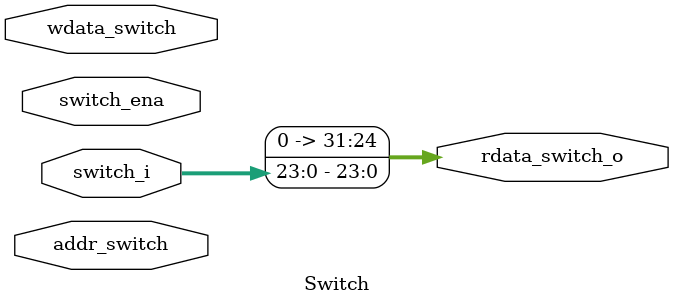
<source format=v>
module Switch(
    input [23:0] switch_i,
    input [13:0] addr_switch,
    input [31:0] wdata_switch,
    input        switch_ena,
    output reg [31:0] rdata_switch_o
    );
    
    always@(*) begin
        rdata_switch_o = {8'b0,switch_i[23:0]};
    end
    
endmodule
</source>
